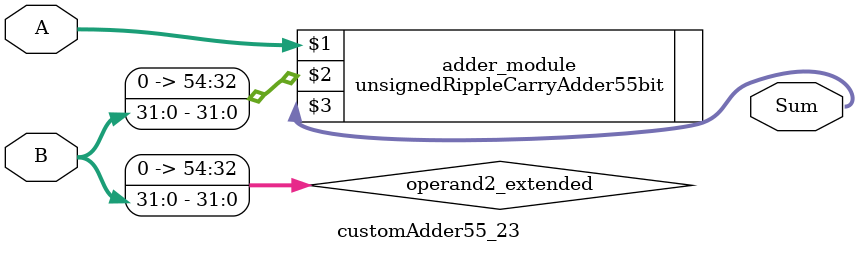
<source format=v>
module customAdder55_23(
                        input [54 : 0] A,
                        input [31 : 0] B,
                        
                        output [55 : 0] Sum
                );

        wire [54 : 0] operand2_extended;
        
        assign operand2_extended =  {23'b0, B};
        
        unsignedRippleCarryAdder55bit adder_module(
            A,
            operand2_extended,
            Sum
        );
        
        endmodule
        
</source>
